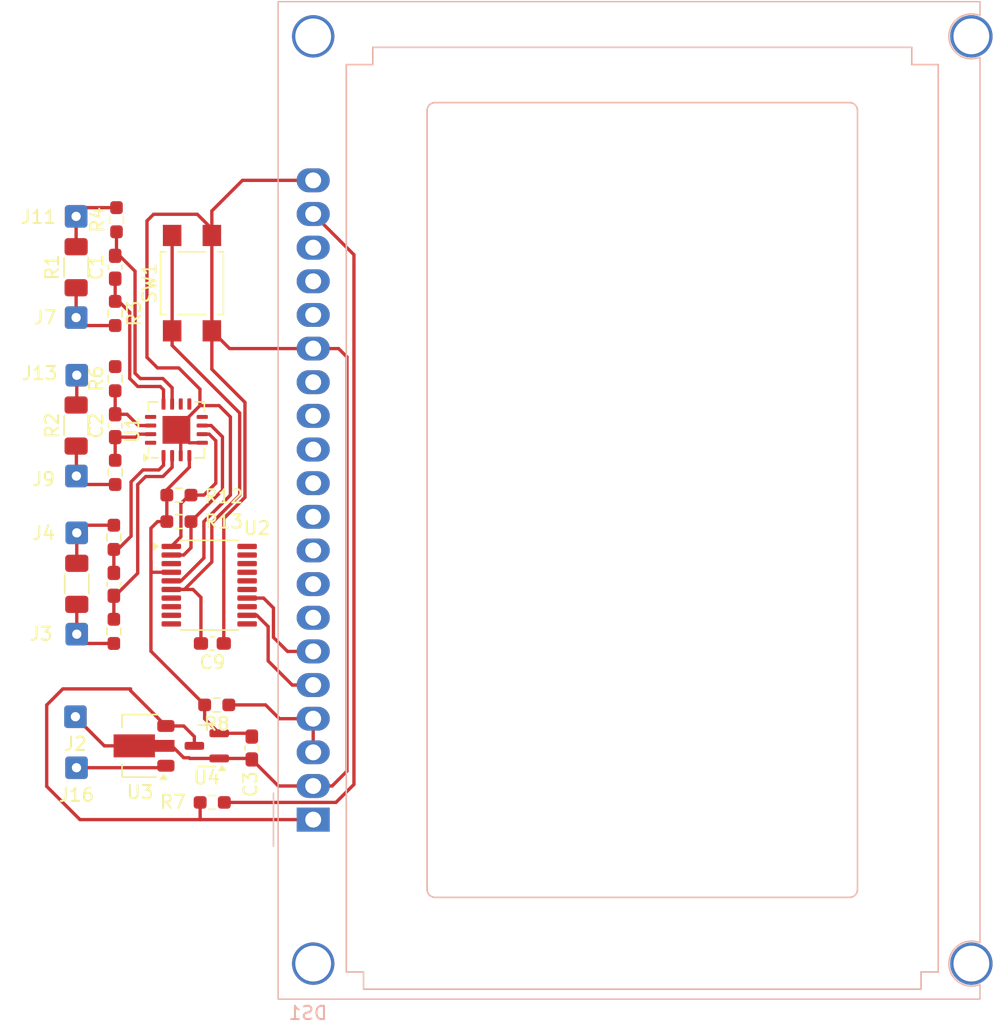
<source format=kicad_pcb>
(kicad_pcb (version 20240225) (generator "pcbnew") (generator_version "8.99")
  (layers (0 "F.Cu" signal) (31 "B.Cu" signal) (34 "B.Paste" user) (35 "F.Paste" user) (36 "B.SilkS" user "B.Silkscreen") (37 "F.SilkS" user "F.Silkscreen") (38 "B.Mask" user) (39 "F.Mask" user) (44 "Edge.Cuts" user))
  (net 0 "")
  (net 1 "Net-(U1-IN+1)")
  (net 2 "Net-(U1-IN-1)")
  (net 3 "GND")
  (net 9 "Net-(U1-IN+2)")
  (net 10 "Net-(U1-IN-2)")
  (net 11 "Net-(J7-Pin_1)")
  (net 12 "Net-(J3-Pin_1)")
  (net 13 "Net-(J9-Pin_1)")
  (net 14 "Net-(J4-Pin_1)")
  (net 15 "Net-(J11-Pin_1)")
  (net 16 "Net-(J13-Pin_1)")
  (net 17 "Net-(J16-Pin_1)")
  (net 18 "3v3")
  (net 19 "Net-(U1-IN+3)")
  (net 20 "5v0")
  (net 21 "SCL1")
  (net 22 "SDA1")
  (net 23 "SWDIO")
  (net 24 "SWCLK")
  (net 25 "Net-(U2-NRST)")
  (net 26 "Net-(U1-IN-3)")
  (net 30 "Net-(DS1-R{slash}~{W})")
  (net 31 "Net-(DS1-LEDA{slash}EL)")
  (net 34 "Net-(DS1-E)")
  (net 36 "Net-(DS1-RS)")
  (footprint "Connector_Wire:SolderWire-0.127sqmm_1x01_D0.48mm_OD1mm" (layer "F.Cu") (at 19.57875 71.38 180)
    (property "Reference" "J16" (at 0 -2.05 180) (layer "F.SilkS"))
    (property "Value" "20Vin")
    (pad "1" thru_hole roundrect (at 0 0 180) (size 1.7 1.7) (drill 0.7) (layers "*.Cu" "*.Mask") (roundrect_rratio 0.147059) (net 17 "Net-(J16-Pin_1)"))
  )
  (footprint "Resistor_SMD:R_1206_3216Metric_Pad1.30x1.75mm_HandSolder" (layer "F.Cu") (at 19.55 33.6 90)
    (property "Reference" "R1" (at 0 -1.82 -90) (layer "F.SilkS"))
    (property "Value" "0.02")
    (fp_line (start -0.727064 -0.91) (end 0.727064 -0.91) (stroke (width 0.12)) (layer "F.SilkS"))
    (fp_line (start -0.727064 0.91) (end 0.727064 0.91) (stroke (width 0.12)) (layer "F.SilkS"))
    (pad "1" smd roundrect (at -1.55 0 90) (size 1.3 1.75) (layers "F.Cu" "F.Paste" "F.Mask") (roundrect_rratio 0.192308) (net 11 "Net-(J7-Pin_1)"))
    (pad "2" smd roundrect (at 1.55 0 90) (size 1.3 1.75) (layers "F.Cu" "F.Paste" "F.Mask") (roundrect_rratio 0.192308) (net 15 "Net-(J11-Pin_1)"))
  )
  (footprint "Resistor_SMD:R_1206_3216Metric_Pad1.30x1.75mm_HandSolder" (layer "F.Cu") (at 19.6 57.5 90)
    (property "Reference" "R10" (hide yes))
    (property "Value" "0.02" (hide yes))
    (fp_line (start -0.727064 -0.91) (end 0.727064 -0.91) (stroke (width 0.12)) (layer "F.SilkS"))
    (fp_line (start -0.727064 0.91) (end 0.727064 0.91) (stroke (width 0.12)) (layer "F.SilkS"))
    (pad "1" smd roundrect (at -1.55 0 90) (size 1.3 1.75) (layers "F.Cu" "F.Paste" "F.Mask") (roundrect_rratio 0.192308) (net 12 "Net-(J3-Pin_1)"))
    (pad "2" smd roundrect (at 1.55 0 90) (size 1.3 1.75) (layers "F.Cu" "F.Paste" "F.Mask") (roundrect_rratio 0.192308) (net 14 "Net-(J4-Pin_1)"))
  )
  (footprint "Package_TO_SOT_SMD:SOT-89-3" (layer "F.Cu") (at 24.37875 69.73 180)
    (property "Reference" "U3" (at 0 -3.5 180) (layer "F.SilkS"))
    (property "Value" "CJ78L05" (hide yes))
    (fp_line (start 1.36 2.36) (end -1.36 2.36) (stroke (width 0.12)) (layer "F.SilkS"))
    (fp_line (start 1.36 1.38) (end 1.36 2.36) (stroke (width 0.12)) (layer "F.SilkS"))
    (fp_line (start 1.36 -1.38) (end 1.36 -2.36) (stroke (width 0.12)) (layer "F.SilkS"))
    (fp_line (start -1.22 -2.36) (end 1.36 -2.36) (stroke (width 0.12)) (layer "F.SilkS"))
    (fp_poly (pts (xy -1.77 -2.21) (xy -2.01 -2.54) (xy -1.53 -2.54) (xy -1.77 -2.21)) (stroke (width 0.12)) (fill solid) (layer "F.SilkS"))
    (pad "1" smd roundrect (at -1.95 -1.5 180) (size 1.3 0.9) (layers "F.Cu" "F.Paste" "F.Mask") (net 17 "Net-(J16-Pin_1)"))
    (pad "2" smd custom (at -1.8625 0 180) (size 1.475 0.9) (layers "F.Cu" "F.Paste" "F.Mask") (net 3 "GND") (options (clearance outline) (anchor rect)) (primitives (gr_poly (pts (xy 3.8625 0.8665) (xy 0.7375 0.8665) (xy 0.7375 -0.8665) (xy 3.8625 -0.8665)) (width 0) (fill yes))))
    (pad "3" smd roundrect (at -1.95 1.5 180) (size 1.3 0.9) (layers "F.Cu" "F.Paste" "F.Mask") (net 20 "5v0"))
  )
  (footprint "Capacitor_SMD:C_0603_1608Metric_Pad1.08x0.95mm_HandSolder" (layer "F.Cu") (at 32.81625 69.8925 -90)
    (property "Reference" "C3" (at 2.7375 0.1 90) (layer "F.SilkS"))
    (property "Value" "2.2uF")
    (fp_line (start -0.146267 0.51) (end 0.146267 0.51) (stroke (width 0.12)) (layer "F.SilkS"))
    (fp_line (start -0.146267 -0.51) (end 0.146267 -0.51) (stroke (width 0.12)) (layer "F.SilkS"))
    (pad "1" smd roundrect (at -0.8625 0 270) (size 1.075 0.95) (layers "F.Cu" "F.Paste" "F.Mask") (net 18 "3v3"))
    (pad "2" smd roundrect (at 0.8625 0 270) (size 1.075 0.95) (layers "F.Cu" "F.Paste" "F.Mask") (net 3 "GND"))
  )
  (footprint "Resistor_SMD:R_0603_1608Metric_Pad0.98x0.95mm_HandSolder" (layer "F.Cu") (at 27.3125 50.8 180)
    (property "Reference" "R12" (at -3.3875 -0.1 180) (layer "F.SilkS"))
    (property "Value" "10K" (hide yes))
    (fp_line (start -0.254724 0.5225) (end 0.254724 0.5225) (stroke (width 0.12)) (layer "F.SilkS"))
    (fp_line (start -0.254724 -0.5225) (end 0.254724 -0.5225) (stroke (width 0.12)) (layer "F.SilkS"))
    (pad "1" smd roundrect (at -0.9125 0 180) (size 0.975 0.95) (layers "F.Cu" "F.Paste" "F.Mask") (net 21 "SCL1"))
    (pad "2" smd roundrect (at 0.9125 0 180) (size 0.975 0.95) (layers "F.Cu" "F.Paste" "F.Mask") (net 18 "3v3"))
  )
  (footprint "Resistor_SMD:R_0603_1608Metric_Pad0.98x0.95mm_HandSolder" (layer "F.Cu") (at 22.5 42.0125 90)
    (property "Reference" "R6" (at 0 -1.43 -90) (layer "F.SilkS"))
    (property "Value" "10" (hide yes))
    (fp_line (start -0.254724 -0.5225) (end 0.254724 -0.5225) (stroke (width 0.12)) (layer "F.SilkS"))
    (fp_line (start -0.254724 0.5225) (end 0.254724 0.5225) (stroke (width 0.12)) (layer "F.SilkS"))
    (pad "1" smd roundrect (at -0.9125 0 90) (size 0.975 0.95) (layers "F.Cu" "F.Paste" "F.Mask") (net 10 "Net-(U1-IN-2)"))
    (pad "2" smd roundrect (at 0.9125 0 90) (size 0.975 0.95) (layers "F.Cu" "F.Paste" "F.Mask") (net 16 "Net-(J13-Pin_1)"))
  )
  (footprint "Connector_Wire:SolderWire-0.127sqmm_1x01_D0.48mm_OD1mm" (layer "F.Cu") (at 19.6 53.65 180)
    (property "Reference" "J4" (at 2.5 -0.025 180) (layer "F.SilkS"))
    (property "Value" "BAT_O_0P" (hide yes))
    (pad "1" thru_hole roundrect (at 0 0 180) (size 1.7 1.7) (drill 0.7) (layers "*.Cu" "*.Mask") (roundrect_rratio 0.147059) (net 14 "Net-(J4-Pin_1)"))
  )
  (footprint "Resistor_SMD:R_0603_1608Metric_Pad0.98x0.95mm_HandSolder" (layer "F.Cu") (at 29.8275 74 180)
    (property "Reference" "R7" (at 2.97125 0.04 180) (layer "F.SilkS"))
    (property "Value" "330" (hide yes))
    (fp_line (start -0.254724 0.5225) (end 0.254724 0.5225) (stroke (width 0.12)) (layer "F.SilkS"))
    (fp_line (start -0.254724 -0.5225) (end 0.254724 -0.5225) (stroke (width 0.12)) (layer "F.SilkS"))
    (pad "1" smd roundrect (at -0.9125 0 180) (size 0.975 0.95) (layers "F.Cu" "F.Paste" "F.Mask") (net 31 "Net-(DS1-LEDA{slash}EL)"))
    (pad "2" smd roundrect (at 0.9125 0 180) (size 0.975 0.95) (layers "F.Cu" "F.Paste" "F.Mask") (net 20 "5v0"))
  )
  (footprint "Capacitor_SMD:C_0603_1608Metric_Pad1.08x0.95mm_HandSolder" (layer "F.Cu") (at 22.5 33.6 90)
    (property "Reference" "C1" (at 0 -1.43 -90) (layer "F.SilkS"))
    (property "Value" "0.1uF")
    (fp_line (start -0.146267 -0.51) (end 0.146267 -0.51) (stroke (width 0.12)) (layer "F.SilkS"))
    (fp_line (start -0.146267 0.51) (end 0.146267 0.51) (stroke (width 0.12)) (layer "F.SilkS"))
    (pad "1" smd roundrect (at -0.8625 0 90) (size 1.075 0.95) (layers "F.Cu" "F.Paste" "F.Mask") (net 1 "Net-(U1-IN+1)"))
    (pad "2" smd roundrect (at 0.8625 0 90) (size 1.075 0.95) (layers "F.Cu" "F.Paste" "F.Mask") (net 2 "Net-(U1-IN-1)"))
  )
  (footprint "Connector_Wire:SolderWire-0.127sqmm_1x01_D0.48mm_OD1mm" (layer "F.Cu") (at 19.55 29.76)
    (property "Reference" "J11" (at -2.85 0.04 0) (layer "F.SilkS"))
    (property "Value" "BAT_O_0P" (hide yes))
    (pad "1" thru_hole roundrect (at 0 0) (size 1.7 1.7) (drill 0.7) (layers "*.Cu" "*.Mask") (roundrect_rratio 0.147059) (net 15 "Net-(J11-Pin_1)"))
  )
  (footprint "Connector_Wire:SolderWire-0.127sqmm_1x01_D0.48mm_OD1mm" (layer "F.Cu") (at 19.49875 67.53 180)
    (property "Reference" "J2" (at 0 -2.05 180) (layer "F.SilkS"))
    (property "Value" "GND")
    (pad "1" thru_hole roundrect (at 0 0 180) (size 1.7 1.7) (drill 0.7) (layers "*.Cu" "*.Mask") (roundrect_rratio 0.147059) (net 3 "GND"))
  )
  (footprint "Package_SO:TSSOP-20_4.4x6.5mm_P0.65mm" (layer "F.Cu") (at 29.6 57.6)
    (property "Reference" "U2" (at 3.6 -4.3 0) (layer "F.SilkS"))
    (property "Value" "STM32G030F6Px")
    (fp_line (start 0 -3.385) (end -2.2 -3.385) (stroke (width 0.12)) (layer "F.SilkS"))
    (fp_line (start 0 -3.385) (end 2.2 -3.385) (stroke (width 0.12)) (layer "F.SilkS"))
    (fp_line (start 0 3.385) (end -2.2 3.385) (stroke (width 0.12)) (layer "F.SilkS"))
    (fp_line (start 0 3.385) (end 2.2 3.385) (stroke (width 0.12)) (layer "F.SilkS"))
    (fp_poly (pts (xy -3.86 -2.925) (xy -4.19 -3.165) (xy -4.19 -2.685) (xy -3.86 -2.925)) (stroke (width 0.12)) (fill solid) (layer "F.SilkS"))
    (pad "1" smd roundrect (at -2.8625 -2.925) (size 1.475 0.4) (layers "F.Cu" "F.Paste" "F.Mask") (net 21 "SCL1"))
    (pad "2" smd roundrect (at -2.8625 -2.275) (size 1.475 0.4) (layers "F.Cu" "F.Paste" "F.Mask") (net 22 "SDA1"))
    (pad "3" smd roundrect (at -2.8625 -1.625) (size 1.475 0.4) (layers "F.Cu" "F.Paste" "F.Mask"))
    (pad "4" smd roundrect (at -2.8625 -0.975) (size 1.475 0.4) (layers "F.Cu" "F.Paste" "F.Mask") (net 18 "3v3"))
    (pad "5" smd roundrect (at -2.8625 -0.325) (size 1.475 0.4) (layers "F.Cu" "F.Paste" "F.Mask") (net 3 "GND"))
    (pad "6" smd roundrect (at -2.8625 0.325) (size 1.475 0.4) (layers "F.Cu" "F.Paste" "F.Mask") (net 25 "Net-(U2-NRST)"))
    (pad "7" smd roundrect (at -2.8625 0.975) (size 1.475 0.4) (layers "F.Cu" "F.Paste" "F.Mask"))
    (pad "8" smd roundrect (at -2.8625 1.625) (size 1.475 0.4) (layers "F.Cu" "F.Paste" "F.Mask"))
    (pad "9" smd roundrect (at -2.8625 2.275) (size 1.475 0.4) (layers "F.Cu" "F.Paste" "F.Mask"))
    (pad "10" smd roundrect (at -2.8625 2.925) (size 1.475 0.4) (layers "F.Cu" "F.Paste" "F.Mask"))
    (pad "11" smd roundrect (at 2.8625 2.925) (size 1.475 0.4) (layers "F.Cu" "F.Paste" "F.Mask"))
    (pad "12" smd roundrect (at 2.8625 2.275) (size 1.475 0.4) (layers "F.Cu" "F.Paste" "F.Mask") (net 30 "Net-(DS1-R{slash}~{W})"))
    (pad "13" smd roundrect (at 2.8625 1.625) (size 1.475 0.4) (layers "F.Cu" "F.Paste" "F.Mask"))
    (pad "14" smd roundrect (at 2.8625 0.975) (size 1.475 0.4) (layers "F.Cu" "F.Paste" "F.Mask") (net 34 "Net-(DS1-E)"))
    (pad "15" smd roundrect (at 2.8625 0.325) (size 1.475 0.4) (layers "F.Cu" "F.Paste" "F.Mask"))
    (pad "16" smd roundrect (at 2.8625 -0.325) (size 1.475 0.4) (layers "F.Cu" "F.Paste" "F.Mask"))
    (pad "17" smd roundrect (at 2.8625 -0.975) (size 1.475 0.4) (layers "F.Cu" "F.Paste" "F.Mask"))
    (pad "18" smd roundrect (at 2.8625 -1.625) (size 1.475 0.4) (layers "F.Cu" "F.Paste" "F.Mask") (net 23 "SWDIO"))
    (pad "19" smd roundrect (at 2.8625 -2.275) (size 1.475 0.4) (layers "F.Cu" "F.Paste" "F.Mask") (net 24 "SWCLK"))
    (pad "20" smd roundrect (at 2.8625 -2.925) (size 1.475 0.4) (layers "F.Cu" "F.Paste" "F.Mask"))
  )
  (footprint "Resistor_SMD:R_0603_1608Metric_Pad0.98x0.95mm_HandSolder" (layer "F.Cu") (at 22.5 49.0875 -90)
    (property "Reference" "R5" (hide yes))
    (property "Value" "10" (hide yes))
    (fp_line (start -0.254724 0.5225) (end 0.254724 0.5225) (stroke (width 0.12)) (layer "F.SilkS"))
    (fp_line (start -0.254724 -0.5225) (end 0.254724 -0.5225) (stroke (width 0.12)) (layer "F.SilkS"))
    (pad "1" smd roundrect (at -0.9125 0 270) (size 0.975 0.95) (layers "F.Cu" "F.Paste" "F.Mask") (net 9 "Net-(U1-IN+2)"))
    (pad "2" smd roundrect (at 0.9125 0 270) (size 0.975 0.95) (layers "F.Cu" "F.Paste" "F.Mask") (net 13 "Net-(J9-Pin_1)"))
  )
  (footprint "Connector_Wire:SolderWire-0.127sqmm_1x01_D0.48mm_OD1mm" (layer "F.Cu") (at 19.55 37.4)
    (property "Reference" "J7" (at -2.35 0 0) (layer "F.SilkS"))
    (property "Value" "BAT0P" (hide yes))
    (pad "1" thru_hole roundrect (at 0 0) (size 1.7 1.7) (drill 0.7) (layers "*.Cu" "*.Mask") (roundrect_rratio 0.147059) (net 11 "Net-(J7-Pin_1)"))
  )
  (footprint "Resistor_SMD:R_0603_1608Metric_Pad0.98x0.95mm_HandSolder" (layer "F.Cu") (at 22.6 30.0125 90)
    (property "Reference" "R4" (at 0 -1.43 -90) (layer "F.SilkS"))
    (property "Value" "10")
    (fp_line (start -0.254724 -0.5225) (end 0.254724 -0.5225) (stroke (width 0.12)) (layer "F.SilkS"))
    (fp_line (start -0.254724 0.5225) (end 0.254724 0.5225) (stroke (width 0.12)) (layer "F.SilkS"))
    (pad "1" smd roundrect (at -0.9125 0 90) (size 0.975 0.95) (layers "F.Cu" "F.Paste" "F.Mask") (net 2 "Net-(U1-IN-1)"))
    (pad "2" smd roundrect (at 0.9125 0 90) (size 0.975 0.95) (layers "F.Cu" "F.Paste" "F.Mask") (net 15 "Net-(J11-Pin_1)"))
  )
  (footprint "Capacitor_SMD:C_0603_1608Metric_Pad1.08x0.95mm_HandSolder" (layer "F.Cu") (at 29.8375 62 180)
    (property "Reference" "C9" (at 0 -1.43 180) (layer "F.SilkS"))
    (property "Value" "0.1uF" (hide yes))
    (fp_line (start -0.146267 0.51) (end 0.146267 0.51) (stroke (width 0.12)) (layer "F.SilkS"))
    (fp_line (start -0.146267 -0.51) (end 0.146267 -0.51) (stroke (width 0.12)) (layer "F.SilkS"))
    (pad "1" smd roundrect (at -0.8625 0 180) (size 1.075 0.95) (layers "F.Cu" "F.Paste" "F.Mask") (net 3 "GND"))
    (pad "2" smd roundrect (at 0.8625 0 180) (size 1.075 0.95) (layers "F.Cu" "F.Paste" "F.Mask") (net 25 "Net-(U2-NRST)"))
  )
  (footprint "Capacitor_SMD:C_0603_1608Metric_Pad1.08x0.95mm_HandSolder" (layer "F.Cu") (at 22.4 57.5375 90)
    (property "Reference" "C10" (hide yes))
    (property "Value" "0.1uF" (hide yes))
    (fp_line (start -0.146267 -0.51) (end 0.146267 -0.51) (stroke (width 0.12)) (layer "F.SilkS"))
    (fp_line (start -0.146267 0.51) (end 0.146267 0.51) (stroke (width 0.12)) (layer "F.SilkS"))
    (pad "1" smd roundrect (at -0.8625 0 90) (size 1.075 0.95) (layers "F.Cu" "F.Paste" "F.Mask") (net 19 "Net-(U1-IN+3)"))
    (pad "2" smd roundrect (at 0.8625 0 90) (size 1.075 0.95) (layers "F.Cu" "F.Paste" "F.Mask") (net 26 "Net-(U1-IN-3)"))
  )
  (footprint "Package_DFN_QFN:QFN-16-1EP_4x4mm_P0.65mm_EP2.1x2.1mm" (layer "F.Cu") (at 27.125 45.875 90)
    (property "Reference" "U1" (at 0 -3.33 -90) (layer "F.SilkS"))
    (property "Value" "INA3221")
    (fp_line (start 2.11 -2.11) (end 2.11 -1.385) (stroke (width 0.12)) (layer "F.SilkS"))
    (fp_line (start 1.385 -2.11) (end 2.11 -2.11) (stroke (width 0.12)) (layer "F.SilkS"))
    (fp_line (start -1.385 -2.11) (end -1.81 -2.11) (stroke (width 0.12)) (layer "F.SilkS"))
    (fp_line (start -2.11 -1.385) (end -2.11 -1.87) (stroke (width 0.12)) (layer "F.SilkS"))
    (fp_line (start 2.11 2.11) (end 2.11 1.385) (stroke (width 0.12)) (layer "F.SilkS"))
    (fp_line (start 1.385 2.11) (end 2.11 2.11) (stroke (width 0.12)) (layer "F.SilkS"))
    (fp_line (start -1.385 2.11) (end -2.11 2.11) (stroke (width 0.12)) (layer "F.SilkS"))
    (fp_line (start -2.11 2.11) (end -2.11 1.385) (stroke (width 0.12)) (layer "F.SilkS"))
    (fp_poly (pts (xy -2.11 -2.11) (xy -2.35 -2.44) (xy -1.87 -2.44) (xy -2.11 -2.11)) (stroke (width 0.12)) (fill solid) (layer "F.SilkS"))
    (pad "1" smd roundrect (at -1.95 -0.975 90) (size 0.85 0.3) (layers "F.Cu" "F.Paste" "F.Mask") (net 26 "Net-(U1-IN-3)"))
    (pad "2" smd roundrect (at -1.95 -0.325 90) (size 0.85 0.3) (layers "F.Cu" "F.Paste" "F.Mask") (net 19 "Net-(U1-IN+3)"))
    (pad "3" smd roundrect (at -1.95 0.325 90) (size 0.85 0.3) (layers "F.Cu" "F.Paste" "F.Mask") (net 3 "GND"))
    (pad "4" smd roundrect (at -1.95 0.975 90) (size 0.85 0.3) (layers "F.Cu" "F.Paste" "F.Mask") (net 18 "3v3"))
    (pad "5" smd roundrect (at -0.975 1.95 90) (size 0.3 0.85) (layers "F.Cu" "F.Paste" "F.Mask") (net 3 "GND"))
    (pad "6" smd roundrect (at -0.325 1.95 90) (size 0.3 0.85) (layers "F.Cu" "F.Paste" "F.Mask") (net 21 "SCL1"))
    (pad "7" smd roundrect (at 0.325 1.95 90) (size 0.3 0.85) (layers "F.Cu" "F.Paste" "F.Mask") (net 22 "SDA1"))
    (pad "8" smd roundrect (at 0.975 1.95 90) (size 0.3 0.85) (layers "F.Cu" "F.Paste" "F.Mask"))
    (pad "9" smd roundrect (at 1.95 0.975 90) (size 0.85 0.3) (layers "F.Cu" "F.Paste" "F.Mask"))
    (pad "10" smd roundrect (at 1.95 0.325 90) (size 0.85 0.3) (layers "F.Cu" "F.Paste" "F.Mask"))
    (pad "11" smd roundrect (at 1.95 -0.325 90) (size 0.85 0.3) (layers "F.Cu" "F.Paste" "F.Mask") (net 2 "Net-(U1-IN-1)"))
    (pad "12" smd roundrect (at 1.95 -0.975 90) (size 0.85 0.3) (layers "F.Cu" "F.Paste" "F.Mask") (net 1 "Net-(U1-IN+1)"))
    (pad "13" smd roundrect (at 0.975 -1.95 90) (size 0.3 0.85) (layers "F.Cu" "F.Paste" "F.Mask"))
    (pad "14" smd roundrect (at 0.325 -1.95 90) (size 0.3 0.85) (layers "F.Cu" "F.Paste" "F.Mask") (net 10 "Net-(U1-IN-2)"))
    (pad "15" smd roundrect (at -0.325 -1.95 90) (size 0.3 0.85) (layers "F.Cu" "F.Paste" "F.Mask") (net 9 "Net-(U1-IN+2)"))
    (pad "16" smd roundrect (at -0.975 -1.95 90) (size 0.3 0.85) (layers "F.Cu" "F.Paste" "F.Mask"))
    (pad "17" smd rect (at 0 0 90) (size 2.1 2.1) (property pad_prop_heatsink) (layers "F.Cu" "F.Mask") (net 3 "GND"))
  )
  (footprint "Connector_Wire:SolderWire-0.127sqmm_1x01_D0.48mm_OD1mm" (layer "F.Cu") (at 19.57 49.36 180)
    (property "Reference" "J9" (at 2.47 -0.24 180) (layer "F.SilkS"))
    (property "Value" "BAT1P" (hide yes))
    (pad "1" thru_hole roundrect (at 0 0 180) (size 1.7 1.7) (drill 0.7) (layers "*.Cu" "*.Mask") (roundrect_rratio 0.147059) (net 13 "Net-(J9-Pin_1)"))
  )
  (footprint "Resistor_SMD:R_0603_1608Metric_Pad0.98x0.95mm_HandSolder" (layer "F.Cu") (at 22.4 53.9875 90)
    (property "Reference" "R11" (hide yes))
    (property "Value" "10" (hide yes))
    (fp_line (start -0.254724 -0.5225) (end 0.254724 -0.5225) (stroke (width 0.12)) (layer "F.SilkS"))
    (fp_line (start -0.254724 0.5225) (end 0.254724 0.5225) (stroke (width 0.12)) (layer "F.SilkS"))
    (pad "1" smd roundrect (at -0.9125 0 90) (size 0.975 0.95) (layers "F.Cu" "F.Paste" "F.Mask") (net 26 "Net-(U1-IN-3)"))
    (pad "2" smd roundrect (at 0.9125 0 90) (size 0.975 0.95) (layers "F.Cu" "F.Paste" "F.Mask") (net 14 "Net-(J4-Pin_1)"))
  )
  (footprint "Resistor_SMD:R_0603_1608Metric_Pad0.98x0.95mm_HandSolder" (layer "F.Cu") (at 22.5 37.0875 -90)
    (property "Reference" "R3" (at 0 -1.43 90) (layer "F.SilkS"))
    (property "Value" "10")
    (fp_line (start -0.254724 0.5225) (end 0.254724 0.5225) (stroke (width 0.12)) (layer "F.SilkS"))
    (fp_line (start -0.254724 -0.5225) (end 0.254724 -0.5225) (stroke (width 0.12)) (layer "F.SilkS"))
    (pad "1" smd roundrect (at -0.9125 0 270) (size 0.975 0.95) (layers "F.Cu" "F.Paste" "F.Mask") (net 1 "Net-(U1-IN+1)"))
    (pad "2" smd roundrect (at 0.9125 0 270) (size 0.975 0.95) (layers "F.Cu" "F.Paste" "F.Mask") (net 11 "Net-(J7-Pin_1)"))
  )
  (footprint "Resistor_SMD:R_1206_3216Metric_Pad1.30x1.75mm_HandSolder" (layer "F.Cu") (at 19.55 45.55 90)
    (property "Reference" "R2" (at 0 -1.82 -90) (layer "F.SilkS"))
    (property "Value" "0.02" (hide yes))
    (fp_line (start -0.727064 -0.91) (end 0.727064 -0.91) (stroke (width 0.12)) (layer "F.SilkS"))
    (fp_line (start -0.727064 0.91) (end 0.727064 0.91) (stroke (width 0.12)) (layer "F.SilkS"))
    (pad "1" smd roundrect (at -1.55 0 90) (size 1.3 1.75) (layers "F.Cu" "F.Paste" "F.Mask") (roundrect_rratio 0.192308) (net 13 "Net-(J9-Pin_1)"))
    (pad "2" smd roundrect (at 1.55 0 90) (size 1.3 1.75) (layers "F.Cu" "F.Paste" "F.Mask") (roundrect_rratio 0.192308) (net 16 "Net-(J13-Pin_1)"))
  )
  (footprint "Resistor_SMD:R_0603_1608Metric_Pad0.98x0.95mm_HandSolder" (layer "F.Cu") (at 22.4 61.0875 -90)
    (property "Reference" "R9" (hide yes))
    (property "Value" "10" (hide yes))
    (fp_line (start -0.254724 0.5225) (end 0.254724 0.5225) (stroke (width 0.12)) (layer "F.SilkS"))
    (fp_line (start -0.254724 -0.5225) (end 0.254724 -0.5225) (stroke (width 0.12)) (layer "F.SilkS"))
    (pad "1" smd roundrect (at -0.9125 0 270) (size 0.975 0.95) (layers "F.Cu" "F.Paste" "F.Mask") (net 19 "Net-(U1-IN+3)"))
    (pad "2" smd roundrect (at 0.9125 0 270) (size 0.975 0.95) (layers "F.Cu" "F.Paste" "F.Mask") (net 12 "Net-(J3-Pin_1)"))
  )
  (footprint "Package_TO_SOT_SMD:SOT-23" (layer "F.Cu") (at 29.41625 69.73 180)
    (property "Reference" "U4" (at 0 -2.4 180) (layer "F.SilkS"))
    (property "Value" "XC6206" (hide yes))
    (fp_line (start 0 1.56) (end 0.65 1.56) (stroke (width 0.12)) (layer "F.SilkS"))
    (fp_line (start 0 1.56) (end -0.65 1.56) (stroke (width 0.12)) (layer "F.SilkS"))
    (fp_line (start 0 -1.56) (end 0.65 -1.56) (stroke (width 0.12)) (layer "F.SilkS"))
    (fp_line (start 0 -1.56) (end -0.65 -1.56) (stroke (width 0.12)) (layer "F.SilkS"))
    (fp_poly (pts (xy -1.1625 -1.51) (xy -1.4025 -1.84) (xy -0.9225 -1.84) (xy -1.1625 -1.51)) (stroke (width 0.12)) (fill solid) (layer "F.SilkS"))
    (pad "1" smd roundrect (at -0.9375 -0.95 180) (size 1.475 0.6) (layers "F.Cu" "F.Paste" "F.Mask") (net 3 "GND"))
    (pad "2" smd roundrect (at -0.9375 0.95 180) (size 1.475 0.6) (layers "F.Cu" "F.Paste" "F.Mask") (net 18 "3v3"))
    (pad "3" smd roundrect (at 0.9375 0 180) (size 1.475 0.6) (layers "F.Cu" "F.Paste" "F.Mask") (net 20 "5v0"))
  )
  (footprint "Resistor_SMD:R_0603_1608Metric_Pad0.98x0.95mm_HandSolder" (layer "F.Cu") (at 30.16875 66.64 180)
    (property "Reference" "R8" (at 0 -1.43 180) (layer "F.SilkS"))
    (property "Value" "10K")
    (fp_line (start -0.254724 0.5225) (end 0.254724 0.5225) (stroke (width 0.12)) (layer "F.SilkS"))
    (fp_line (start -0.254724 -0.5225) (end 0.254724 -0.5225) (stroke (width 0.12)) (layer "F.SilkS"))
    (pad "1" smd roundrect (at -0.9125 0 180) (size 0.975 0.95) (layers "F.Cu" "F.Paste" "F.Mask") (net 36 "Net-(DS1-RS)"))
    (pad "2" smd roundrect (at 0.9125 0 180) (size 0.975 0.95) (layers "F.Cu" "F.Paste" "F.Mask") (net 18 "3v3"))
  )
  (footprint "Connector_Wire:SolderWire-0.127sqmm_1x01_D0.48mm_OD1mm" (layer "F.Cu") (at 19.6 61.3 180)
    (property "Reference" "J3" (at 2.7 0.025 180) (layer "F.SilkS"))
    (property "Value" "BAT0P" (hide yes))
    (pad "1" thru_hole roundrect (at 0 0 180) (size 1.7 1.7) (drill 0.7) (layers "*.Cu" "*.Mask") (roundrect_rratio 0.147059) (net 12 "Net-(J3-Pin_1)"))
  )
  (footprint "Resistor_SMD:R_0603_1608Metric_Pad0.98x0.95mm_HandSolder" (layer "F.Cu") (at 27.3125 52.8 180)
    (property "Reference" "R13" (at -3.3875 0 180) (layer "F.SilkS"))
    (property "Value" "10K" (hide yes))
    (fp_line (start -0.254724 0.5225) (end 0.254724 0.5225) (stroke (width 0.12)) (layer "F.SilkS"))
    (fp_line (start -0.254724 -0.5225) (end 0.254724 -0.5225) (stroke (width 0.12)) (layer "F.SilkS"))
    (pad "1" smd roundrect (at -0.9125 0 180) (size 0.975 0.95) (layers "F.Cu" "F.Paste" "F.Mask") (net 22 "SDA1"))
    (pad "2" smd roundrect (at 0.9125 0 180) (size 0.975 0.95) (layers "F.Cu" "F.Paste" "F.Mask") (net 18 "3v3"))
  )
  (footprint "Capacitor_SMD:C_0603_1608Metric_Pad1.08x0.95mm_HandSolder" (layer "F.Cu") (at 22.5 45.5625 90)
    (property "Reference" "C2" (at 0 -1.43 -90) (layer "F.SilkS"))
    (property "Value" "0.1uF" (hide yes))
    (fp_line (start -0.146267 -0.51) (end 0.146267 -0.51) (stroke (width 0.12)) (layer "F.SilkS"))
    (fp_line (start -0.146267 0.51) (end 0.146267 0.51) (stroke (width 0.12)) (layer "F.SilkS"))
    (pad "1" smd roundrect (at -0.8625 0 90) (size 1.075 0.95) (layers "F.Cu" "F.Paste" "F.Mask") (net 9 "Net-(U1-IN+2)"))
    (pad "2" smd roundrect (at 0.8625 0 90) (size 1.075 0.95) (layers "F.Cu" "F.Paste" "F.Mask") (net 10 "Net-(U1-IN-2)"))
  )
  (footprint "Button_Switch_SMD:SW_SPST_TL3305A" (layer "F.Cu") (at 28.3 34.8 90)
    (property "Reference" "SW1" (at 0 -3.2 -90) (layer "F.SilkS"))
    (property "Value" "SW_Push")
    (fp_line (start 2.37 -2.37) (end 2.37 -1.97) (stroke (width 0.12)) (layer "F.SilkS"))
    (fp_line (start -2.37 -2.37) (end 2.37 -2.37) (stroke (width 0.12)) (layer "F.SilkS"))
    (fp_line (start -2.37 -2.37) (end -2.37 -1.97) (stroke (width 0.12)) (layer "F.SilkS"))
    (fp_line (start 2.37 1.03) (end 2.37 -1.03) (stroke (width 0.12)) (layer "F.SilkS"))
    (fp_line (start -2.37 1.03) (end -2.37 -1.03) (stroke (width 0.12)) (layer "F.SilkS"))
    (fp_line (start 2.37 2.37) (end 2.37 1.97) (stroke (width 0.12)) (layer "F.SilkS"))
    (fp_line (start -2.37 2.37) (end -2.37 1.97) (stroke (width 0.12)) (layer "F.SilkS"))
    (fp_line (start -2.37 2.37) (end 2.37 2.37) (stroke (width 0.12)) (layer "F.SilkS"))
    (pad "1" smd rect (at -3.6 -1.5 90) (size 1.6 1.4) (layers "F.Cu" "F.Paste" "F.Mask") (net 25 "Net-(U2-NRST)"))
    (pad "1" smd rect (at 3.6 -1.5 90) (size 1.6 1.4) (layers "F.Cu" "F.Paste" "F.Mask") (net 25 "Net-(U2-NRST)"))
    (pad "2" smd rect (at -3.6 1.5 90) (size 1.6 1.4) (layers "F.Cu" "F.Paste" "F.Mask") (net 3 "GND"))
    (pad "2" smd rect (at 3.6 1.5 90) (size 1.6 1.4) (layers "F.Cu" "F.Paste" "F.Mask") (net 3 "GND"))
  )
  (footprint "Connector_Wire:SolderWire-0.127sqmm_1x01_D0.48mm_OD1mm" (layer "F.Cu") (at 19.6 41.75 180)
    (property "Reference" "J13" (at 2.8 0.15 180) (layer "F.SilkS"))
    (property "Value" "BAT_O_1P" (hide yes))
    (pad "1" thru_hole roundrect (at 0 0 180) (size 1.7 1.7) (drill 0.7) (layers "*.Cu" "*.Mask") (roundrect_rratio 0.147059) (net 16 "Net-(J13-Pin_1)"))
  )
  (footprint "Display:AG12864E" (layer "B.Cu") (at 37.4525 75.3)
    (property "Reference" "DS1" (at -0.4 14.6 0) (layer "B.SilkS") (effects (justify mirror)))
    (property "Value" "12864-21M")
    (fp_line (start -3 -2) (end -3 2) (stroke (width 0.12)) (layer "B.SilkS"))
    (fp_line (start -2.65 -61.75) (end -2.65 13.55) (stroke (width 0.1)) (layer "B.SilkS"))
    (fp_line (start -2.65 13.55) (end 50.35 13.55) (stroke (width 0.1)) (layer "B.SilkS"))
    (fp_line (start 2.5 11.5) (end 2.5 -57) (stroke (width 0.12)) (layer "B.SilkS"))
    (fp_line (start 2.5 11.5) (end 3.8 11.5) (stroke (width 0.12)) (layer "B.SilkS"))
    (fp_line (start 3.8 11.5) (end 3.8 12.8) (stroke (width 0.12)) (layer "B.SilkS"))
    (fp_line (start 4.5 -58.3) (end 4.5 -57) (stroke (width 0.12)) (layer "B.SilkS"))
    (fp_line (start 4.5 -58.3) (end 45.2 -58.3) (stroke (width 0.12)) (layer "B.SilkS"))
    (fp_line (start 4.5 -57) (end 2.5 -57) (stroke (width 0.12)) (layer "B.SilkS"))
    (fp_line (start 8.6 -53.53) (end 8.6 5.27) (stroke (width 0.12)) (layer "B.SilkS"))
    (fp_line (start 9.21 5.87) (end 40.5 5.87) (stroke (width 0.12)) (layer "B.SilkS"))
    (fp_line (start 40.5 -54.13) (end 9.2 -54.13) (stroke (width 0.12)) (layer "B.SilkS"))
    (fp_line (start 41.1 5.27) (end 41.1 -53.53) (stroke (width 0.12)) (layer "B.SilkS"))
    (fp_line (start 45.2 -58.3) (end 45.2 -57) (stroke (width 0.12)) (layer "B.SilkS"))
    (fp_line (start 45.2 -57) (end 47.2 -57) (stroke (width 0.12)) (layer "B.SilkS"))
    (fp_line (start 45.9 11.5) (end 47.2 11.5) (stroke (width 0.12)) (layer "B.SilkS"))
    (fp_line (start 45.9 12.8) (end 3.8 12.8) (stroke (width 0.12)) (layer "B.SilkS"))
    (fp_line (start 45.9 12.8) (end 45.9 11.5) (stroke (width 0.12)) (layer "B.SilkS"))
    (fp_line (start 47.2 -57) (end 47.2 11.5) (stroke (width 0.12)) (layer "B.SilkS"))
    (fp_line (start 50.35 -61.75) (end -2.65 -61.75) (stroke (width 0.1)) (layer "B.SilkS"))
    (fp_line (start 50.35 -60.7) (end 50.35 -61.75) (stroke (width 0.1)) (layer "B.SilkS"))
    (fp_line (start 50.35 9.3) (end 50.35 -57.55) (stroke (width 0.1)) (layer "B.SilkS"))
    (fp_line (start 50.35 12.44) (end 50.35 13.54) (stroke (width 0.1)) (layer "B.SilkS"))
    (fp_arc (start 8.6 -53.53) (mid 8.775736 -53.954264) (end 9.2 -54.13) (stroke (width 0.12)) (layer "B.SilkS"))
    (fp_arc (start 9.2 5.87) (mid 8.775736 5.694264) (end 8.6 5.27) (stroke (width 0.12)) (layer "B.SilkS"))
    (fp_arc (start 40.5 -54.13) (mid 40.924264 -53.954264) (end 41.1 -53.53) (stroke (width 0.12)) (layer "B.SilkS"))
    (fp_arc (start 41.1 5.27) (mid 40.924264 5.694264) (end 40.5 5.87) (stroke (width 0.12)) (layer "B.SilkS"))
    (fp_arc (start 48.12 -59.74) (mid 49.014106 -60.678564) (end 50.31 -60.71) (stroke (width 0.1)) (layer "B.SilkS"))
    (fp_arc (start 48.12 -58.51) (mid 48.144365 -59.808823) (end 49.08 -60.71) (stroke (width 0.1)) (layer "B.SilkS"))
    (fp_arc (start 48.12 10.24) (mid 49.028249 9.307294) (end 50.33 9.29) (stroke (width 0.1)) (layer "B.SilkS"))
    (fp_arc (start 48.15 11.56) (mid 48.116081 10.261888) (end 49.01 9.32) (stroke (width 0.1)) (layer "B.SilkS"))
    (fp_arc (start 50.32 -57.55) (mid 49.021177 -57.574365) (end 48.12 -58.51) (stroke (width 0.1)) (layer "B.SilkS"))
    (fp_arc (start 50.32 12.45) (mid 49.021177 12.425635) (end 48.12 11.49) (stroke (width 0.1)) (layer "B.SilkS"))
    (pad "" thru_hole circle (at 0 -59.13 90) (size 3.2 3.2) (drill 2.7) (layers "*.Cu" "*.Mask"))
    (pad "" thru_hole circle (at 0 10.87 90) (size 3.2 3.2) (drill 2.7) (layers "*.Cu" "*.Mask"))
    (pad "" thru_hole circle (at 49.7 -59.13 90) (size 3.2 3.2) (drill 2.7) (layers "*.Cu" "*.Mask"))
    (pad "" thru_hole circle (at 49.7 10.87 90) (size 3.2 3.2) (drill 2.7) (layers "*.Cu" "*.Mask"))
    (pad "1" thru_hole rect (at 0 0 90) (size 1.8 2.5) (drill 1.2) (layers "*.Cu" "*.Mask") (net 20 "5v0"))
    (pad "2" thru_hole oval (at 0 -2.54 90) (size 1.8 2.5) (drill 1.2) (layers "*.Cu" "*.Mask") (net 3 "GND"))
    (pad "3" thru_hole oval (at 0 -5.08 90) (size 1.8 2.5) (drill 1.2) (layers "*.Cu" "*.Mask") (net 36 "Net-(DS1-RS)"))
    (pad "4" thru_hole oval (at 0 -7.62 90) (size 1.8 2.5) (drill 1.2) (layers "*.Cu" "*.Mask") (net 36 "Net-(DS1-RS)"))
    (pad "5" thru_hole oval (at 0 -10.16 90) (size 1.8 2.5) (drill 1.2) (layers "*.Cu" "*.Mask") (net 30 "Net-(DS1-R{slash}~{W})"))
    (pad "6" thru_hole oval (at 0 -12.7 90) (size 1.8 2.5) (drill 1.2) (layers "*.Cu" "*.Mask") (net 34 "Net-(DS1-E)"))
    (pad "7" thru_hole oval (at 0 -15.24 90) (size 1.8 2.5) (drill 1.2) (layers "*.Cu" "*.Mask"))
    (pad "8" thru_hole oval (at 0 -17.78 90) (size 1.8 2.5) (drill 1.2) (layers "*.Cu" "*.Mask"))
    (pad "9" thru_hole oval (at 0 -20.32 90) (size 1.8 2.5) (drill 1.2) (layers "*.Cu" "*.Mask"))
    (pad "10" thru_hole oval (at 0 -22.86 90) (size 1.8 2.5) (drill 1.2) (layers "*.Cu" "*.Mask"))
    (pad "11" thru_hole oval (at 0 -25.4 90) (size 1.8 2.5) (drill 1.2) (layers "*.Cu" "*.Mask"))
    (pad "12" thru_hole oval (at 0 -27.94 90) (size 1.8 2.5) (drill 1.2) (layers "*.Cu" "*.Mask"))
    (pad "13" thru_hole oval (at 0 -30.48 90) (size 1.8 2.5) (drill 1.2) (layers "*.Cu" "*.Mask"))
    (pad "14" thru_hole oval (at 0 -33.02 90) (size 1.8 2.5) (drill 1.2) (layers "*.Cu" "*.Mask"))
    (pad "15" thru_hole oval (at 0 -35.56 90) (size 1.8 2.5) (drill 1.2) (layers "*.Cu" "*.Mask") (net 3 "GND"))
    (pad "16" thru_hole oval (at 0 -38.1 90) (size 1.8 2.5) (drill 1.2) (layers "*.Cu" "*.Mask"))
    (pad "17" thru_hole oval (at 0 -40.64 90) (size 1.8 2.5) (drill 1.2) (layers "*.Cu" "*.Mask"))
    (pad "18" thru_hole oval (at 0 -43.18 90) (size 1.8 2.5) (drill 1.2) (layers "*.Cu" "*.Mask"))
    (pad "19" thru_hole oval (at 0 -45.72 90) (size 1.8 2.5) (drill 1.2) (layers "*.Cu" "*.Mask") (net 31 "Net-(DS1-LEDA{slash}EL)"))
    (pad "20" thru_hole oval (at 0 -48.26 90) (size 1.8 2.5) (drill 1.2) (layers "*.Cu" "*.Mask") (net 3 "GND"))
  )
  (segment (start 22.5 36.175) (end 22.5 34.4625) (width 0.25) (layer "F.Cu") (net 1))
  (segment (start 22.775 36.175) (end 23.6 37) (width 0.25) (layer "F.Cu") (net 1))
  (segment (start 23.6 37) (end 23.6 42) (width 0.25) (layer "F.Cu") (net 1))
  (segment (start 22.5 36.175) (end 22.775 36.175) (width 0.25) (layer "F.Cu") (net 1))
  (segment (start 23.6 42) (end 24.2 42.6) (width 0.25) (layer "F.Cu") (net 1))
  (segment (start 26.15 42.85) (end 26.15 43.925) (width 0.25) (layer "F.Cu") (net 1))
  (segment (start 24.2 42.6) (end 25.9 42.6) (width 0.25) (layer "F.Cu") (net 1))
  (segment (start 25.9 42.6) (end 26.15 42.85) (width 0.25) (layer "F.Cu") (net 1))
  (segment (start 24 33.9) (end 22.8375 32.7375) (width 0.25) (layer "F.Cu") (net 2))
  (segment (start 26.8 43.925) (end 26.8 42.7) (width 0.25) (layer "F.Cu") (net 2))
  (segment (start 22.6 30.925) (end 22.6 32.6375) (width 0.25) (layer "F.Cu") (net 2))
  (segment (start 26.8 42.7) (end 26.1 42) (width 0.25) (layer "F.Cu") (net 2))
  (segment (start 22.8375 32.7375) (end 22.5 32.7375) (width 0.25) (layer "F.Cu") (net 2))
  (segment (start 24 41.6) (end 24 33.9) (width 0.25) (layer "F.Cu") (net 2))
  (segment (start 24.4 42) (end 24 41.6) (width 0.25) (layer "F.Cu") (net 2))
  (segment (start 26.1 42) (end 24.4 42) (width 0.25) (layer "F.Cu") (net 2))
  (segment (start 22.6 32.6375) (end 22.5 32.7375) (width 0.25) (layer "F.Cu") (net 2))
  (segment (start 28.9 44.047054) (end 28.9 42.8) (width 0.25) (layer "F.Cu") (net 3))
  (segment (start 28.07875 70.63) (end 28.12875 70.68) (width 0.25) (layer "F.Cu") (net 3))
  (segment (start 27.125 45.822054) (end 28.9 44.047054) (width 0.25) (layer "F.Cu") (net 3))
  (segment (start 28.1 46.85) (end 27.125 45.875) (width 0.25) (layer "F.Cu") (net 3))
  (segment (start 21.67875 69.73) (end 19.49875 67.55) (width 0.25) (layer "F.Cu") (net 3))
  (segment (start 26.24125 69.73) (end 21.67875 69.73) (width 0.25) (layer "F.Cu") (net 3))
  (segment (start 31.14 39.74) (end 29.8 38.4) (width 0.25) (layer "F.Cu") (net 3))
  (segment (start 40 40.37) (end 40 71.64) (width 0.25) (layer "F.Cu") (net 3))
  (segment (start 29.8 38.4) (end 29.8 31.2) (width 0.25) (layer "F.Cu") (net 3))
  (segment (start 27.67875 70.63) (end 28.07875 70.63) (width 0.25) (layer "F.Cu") (net 3))
  (segment (start 29.075 46.85) (end 28.1 46.85) (width 0.25) (layer "F.Cu") (net 3))
  (segment (start 32.74125 70.68) (end 32.81625 70.755) (width 0.25) (layer "F.Cu") (net 3))
  (segment (start 34.82125 72.76) (end 32.81625 70.755) (width 0.25) (layer "F.Cu") (net 3))
  (segment (start 30.7 52.565686) (end 32.3 50.965686) (width 0.25) (layer "F.Cu") (net 3))
  (segment (start 38.88 72.76) (end 37.4525 72.76) (width 0.25) (layer "F.Cu") (net 3))
  (segment (start 31.2 44.9) (end 30.347054 44.047054) (width 0.25) (layer "F.Cu") (net 3))
  (segment (start 28.12875 70.68) (end 30.35375 70.68) (width 0.25) (layer "F.Cu") (net 3))
  (segment (start 37.4525 39.74) (end 39.37 39.74) (width 0.25) (layer "F.Cu") (net 3))
  (segment (start 24.9 30.1) (end 25.4 29.6) (width 0.25) (layer "F.Cu") (net 3))
  (segment (start 28.7 29.6) (end 29.8 30.7) (width 0.25) (layer "F.Cu") (net 3))
  (segment (start 27.45 47.825) (end 27.45 46.2) (width 0.25) (layer "F.Cu") (net 3))
  (segment (start 32.3 50.965686) (end 32.3 43.8) (width 0.25) (layer "F.Cu") (net 3))
  (segment (start 28.9 42.8) (end 27.3 41.2) (width 0.25) (layer "F.Cu") (net 3))
  (segment (start 30.347054 44.047054) (end 28.9 44.047054) (width 0.25) (layer "F.Cu") (net 3))
  (segment (start 30.7 62) (end 30.7 52.565686) (width 0.25) (layer "F.Cu") (net 3))
  (segment (start 29.8 41.3) (end 29.8 38.4) (width 0.25) (layer "F.Cu") (net 3))
  (segment (start 37.4525 39.74) (end 31.14 39.74) (width 0.25) (layer "F.Cu") (net 3))
  (segment (start 27.45 46.2) (end 27.125 45.875) (width 0.25) (layer "F.Cu") (net 3))
  (segment (start 40 71.64) (end 38.88 72.76) (width 0.25) (layer "F.Cu") (net 3))
  (segment (start 32.3 43.8) (end 29.8 41.3) (width 0.25) (layer "F.Cu") (net 3))
  (segment (start 37.4525 27.04) (end 32.11 27.04) (width 0.25) (layer "F.Cu") (net 3))
  (segment (start 39.37 39.74) (end 40 40.37) (width 0.25) (layer "F.Cu") (net 3))
  (segment (start 29.2 55.549999) (end 29.2 52.8) (width 0.25) (layer "F.Cu") (net 3))
  (segment (start 31.2 50.8) (end 31.2 44.9) (width 0.25) (layer "F.Cu") (net 3))
  (segment (start 24.9 40.4) (end 24.9 30.1) (width 0.25) (layer "F.Cu") (net 3))
  (segment (start 26.77875 69.73) (end 27.67875 70.63) (width 0.25) (layer "F.Cu") (net 3))
  (segment (start 27.3 41.2) (end 25.7 41.2) (width 0.25) (layer "F.Cu") (net 3))
  (segment (start 26.7375 57.275) (end 27.474999 57.275) (width 0.25) (layer "F.Cu") (net 3))
  (segment (start 27.474999 57.275) (end 29.2 55.549999) (width 0.25) (layer "F.Cu") (net 3))
  (segment (start 26.24125 69.73) (end 26.77875 69.73) (width 0.25) (layer "F.Cu") (net 3))
  (segment (start 30.35375 70.68) (end 32.74125 70.68) (width 0.25) (layer "F.Cu") (net 3))
  (segment (start 37.4525 72.76) (end 34.82125 72.76) (width 0.25) (layer "F.Cu") (net 3))
  (segment (start 29.2 52.8) (end 31.2 50.8) (width 0.25) (layer "F.Cu") (net 3))
  (segment (start 29.8 30.7) (end 29.8 31.2) (width 0.25) (layer "F.Cu") (net 3))
  (segment (start 25.7 41.2) (end 24.9 40.4) (width 0.25) (layer "F.Cu") (net 3))
  (segment (start 25.4 29.6) (end 28.7 29.6) (width 0.25) (layer "F.Cu") (net 3))
  (segment (start 19.49875 67.55) (end 19.49875 67.53) (width 0.25) (layer "F.Cu") (net 3))
  (segment (start 32.11 27.04) (end 29.8 29.35) (width 0.25) (layer "F.Cu") (net 3))
  (segment (start 27.125 45.875) (end 27.125 45.822054) (width 0.25) (layer "F.Cu") (net 3))
  (segment (start 29.8 29.35) (end 29.8 31.2) (width 0.25) (layer "F.Cu") (net 3))
  (segment (start 24.3 46.2) (end 24.075 46.425) (width 0.25) (layer "F.Cu") (net 9))
  (segment (start 22.5 48.175) (end 22.5 46.425) (width 0.25) (layer "F.Cu") (net 9))
  (segment (start 24.075 46.425) (end 22.5 46.425) (width 0.25) (layer "F.Cu") (net 9))
  (segment (start 25.175 46.2) (end 24.3 46.2) (width 0.25) (layer "F.Cu") (net 9))
  (segment (start 24.25 45.55) (end 23.4 44.7) (width 0.25) (layer "F.Cu") (net 10))
  (segment (start 25.175 45.55) (end 24.25 45.55) (width 0.25) (layer "F.Cu") (net 10))
  (segment (start 22.5 44.7) (end 22.5 42.925) (width 0.25) (layer "F.Cu") (net 10))
  (segment (start 23.4 44.7) (end 22.5 44.7) (width 0.25) (layer "F.Cu") (net 10))
  (segment (start 22.5 38) (end 20.15 38) (width 0.25) (layer "F.Cu") (net 11))
  (segment (start 20.15 38) (end 19.55 37.4) (width 0.25) (layer "F.Cu") (net 11))
  (segment (start 19.55 37.4) (end 19.55 35.15) (width 0.25) (layer "F.Cu") (net 11))
  (segment (start 22.4 62) (end 20.3 62) (width 0.25) (layer "F.Cu") (net 12))
  (segment (start 18.95 61.95) (end 19.6 61.3) (width 0.25) (layer "F.Cu") (net 12))
  (segment (start 20.3 62) (end 19.6 61.3) (width 0.25) (layer "F.Cu") (net 12))
  (segment (start 19.6 61.3) (end 19.6 59.05) (width 0.25) (layer "F.Cu") (net 12))
  (segment (start 20.21 50) (end 19.57 49.36) (width 0.25) (layer "F.Cu") (net 13))
  (segment (start 19.57 49.36) (end 19.57 47.12) (width 0.25) (layer "F.Cu") (net 13))
  (segment (start 19.57 47.12) (end 19.55 47.1) (width 0.25) (layer "F.Cu") (net 13))
  (segment (start 22.5 50) (end 20.21 50) (width 0.25) (layer "F.Cu") (net 13))
  (segment (start 18.9175 50.0125) (end 19.57 49.36) (width 0.25) (layer "F.Cu") (net 13))
  (segment (start 18.975 53.025) (end 19.6 53.65) (width 0.25) (layer "F.Cu") (net 14))
  (segment (start 20.175 53.075) (end 19.6 53.65) (width 0.25) (layer "F.Cu") (net 14))
  (segment (start 22.4 53.075) (end 20.175 53.075) (width 0.25) (layer "F.Cu") (net 14))
  (segment (start 19.6 53.65) (end 19.6 55.95) (width 0.25) (layer "F.Cu") (net 14))
  (segment (start 20.21 29.1) (end 19.55 29.76) (width 0.25) (layer "F.Cu") (net 15))
  (segment (start 19.55 32.05) (end 19.55 29.76) (width 0.25) (layer "F.Cu") (net 15))
  (segment (start 22.6 29.1) (end 20.21 29.1) (width 0.25) (layer "F.Cu") (net 15))
  (segment (start 19.6 41.75) (end 19.6 43.95) (width 0.25) (layer "F.Cu") (net 16))
  (segment (start 19.6 43.95) (end 19.55 44) (width 0.25) (layer "F.Cu") (net 16))
  (segment (start 18.95 41.1) (end 19.6 41.75) (width 0.25) (layer "F.Cu") (net 16))
  (segment (start 19.57875 71.38) (end 26.17875 71.38) (width 0.25) (layer "F.Cu") (net 17))
  (segment (start 26.17875 71.38) (end 26.32875 71.23) (width 0.25) (layer "F.Cu") (net 17))
  (segment (start 30.35375 68.78) (end 32.56625 68.78) (width 0.25) (layer "F.Cu") (net 18))
  (segment (start 26.4 50.4) (end 28.1 48.7) (width 0.25) (layer "F.Cu") (net 18))
  (segment (start 25.2 62.58375) (end 25.2 55.84) (width 0.25) (layer "F.Cu") (net 18))
  (segment (start 25.2 56.6) (end 25.225 56.625) (width 0.25) (layer "F.Cu") (net 18))
  (segment (start 32.56625 68.78) (end 32.81625 69.03) (width 0.25) (layer "F.Cu") (net 18))
  (segment (start 26.4 52.8) (end 25.7 52.8) (width 0.25) (layer "F.Cu") (net 18))
  (segment (start 30.35375 68.78) (end 29.25625 67.6825) (width 0.25) (layer "F.Cu") (net 18))
  (segment (start 25.225 56.625) (end 26.7375 56.625) (width 0.25) (layer "F.Cu") (net 18))
  (segment (start 25.7 52.8) (end 25.2 53.3) (width 0.25) (layer "F.Cu") (net 18))
  (segment (start 28.1 48.7) (end 28.1 47.825) (width 0.25) (layer "F.Cu") (net 18))
  (segment (start 29.25625 66.64) (end 25.2 62.58375) (width 0.25) (layer "F.Cu") (net 18))
  (segment (start 26.4 50.8) (end 26.4 50.4) (width 0.25) (layer "F.Cu") (net 18))
  (segment (start 26.4 50.8) (end 26.4 52.8) (width 0.25) (layer "F.Cu") (net 18))
  (segment (start 25.2 53.3) (end 25.2 55.84) (width 0.25) (layer "F.Cu") (net 18))
  (segment (start 29.25625 67.6825) (end 29.25625 66.64) (width 0.25) (layer "F.Cu") (net 18))
  (segment (start 25.2 55.84) (end 25.2 56.6) (width 0.25) (layer "F.Cu") (net 18))
  (segment (start 22.4 60.175) (end 22.4 58.4) (width 0.25) (layer "F.Cu") (net 19))
  (segment (start 22.5 58.4) (end 22.4 58.4) (width 0.25) (layer "F.Cu") (net 19))
  (segment (start 26.8 48.7) (end 26.1 49.4) (width 0.25) (layer "F.Cu") (net 19))
  (segment (start 24.2 56.7) (end 22.5 58.4) (width 0.25) (layer "F.Cu") (net 19))
  (segment (start 26.1 49.4) (end 24.8 49.4) (width 0.25) (layer "F.Cu") (net 19))
  (segment (start 24.2 50) (end 24.2 56.7) (width 0.25) (layer "F.Cu") (net 19))
  (segment (start 24.8 49.4) (end 24.2 50) (width 0.25) (layer "F.Cu") (net 19))
  (segment (start 26.8 47.825) (end 26.8 48.7) (width 0.25) (layer "F.Cu") (net 19))
  (segment (start 23.66 65.56125) (end 23.66 65.43) (width 0.25) (layer "F.Cu") (net 20))
  (segment (start 17.33 72.79) (end 19.84 75.3) (width 0.25) (layer "F.Cu") (net 20))
  (segment (start 19.84 75.3) (end 28.92 75.3) (width 0.25) (layer "F.Cu") (net 20))
  (segment (start 28.915 74) (end 28.915 75.295) (width 0.25) (layer "F.Cu") (net 20))
  (segment (start 27.67875 68.23) (end 28.47875 69.03) (width 0.25) (layer "F.Cu") (net 20))
  (segment (start 17.33 66.65) (end 17.33 72.79) (width 0.25) (layer "F.Cu") (net 20))
  (segment (start 26.32875 68.23) (end 23.66 65.56125) (width 0.25) (layer "F.Cu") (net 20))
  (segment (start 28.915 75.295) (end 28.92 75.3) (width 0.25) (layer "F.Cu") (net 20))
  (segment (start 28.47875 69.03) (end 28.47875 69.73) (width 0.25) (layer "F.Cu") (net 20))
  (segment (start 26.32875 68.23) (end 27.67875 68.23) (width 0.25) (layer "F.Cu") (net 20))
  (segment (start 18.55 65.43) (end 17.33 66.65) (width 0.25) (layer "F.Cu") (net 20))
  (segment (start 28.92 75.3) (end 37.4525 75.3) (width 0.25) (layer "F.Cu") (net 20))
  (segment (start 23.66 65.43) (end 18.55 65.43) (width 0.25) (layer "F.Cu") (net 20))
  (segment (start 29.2 50.8) (end 30.1 49.9) (width 0.25) (layer "F.Cu") (net 21))
  (segment (start 28.1 50.8) (end 28.225 50.8) (width 0.25) (layer "F.Cu") (net 21))
  (segment (start 28.225 50.8) (end 29.2 50.8) (width 0.25) (layer "F.Cu") (net 21))
  (segment (start 30.1 49.9) (end 30.1 46.7) (width 0.25) (layer "F.Cu") (net 21))
  (segment (start 26.7375 54.675) (end 27.4625 53.95) (width 0.25) (layer "F.Cu") (net 21))
  (segment (start 27.4625 53.95) (end 27.4625 51.4375) (width 0.25) (layer "F.Cu") (net 21))
  (segment (start 27.4625 51.4375) (end 28.1 50.8) (width 0.25) (layer "F.Cu") (net 21))
  (segment (start 30.1 46.7) (end 29.6 46.2) (width 0.25) (layer "F.Cu") (net 21))
  (segment (start 29.6 46.2) (end 29.075 46.2) (width 0.25) (layer "F.Cu") (net 21))
  (segment (start 30.6 50.425) (end 30.6 46.4) (width 0.25) (layer "F.Cu") (net 22))
  (segment (start 28.225 54.775) (end 28.225 52.8) (width 0.25) (layer "F.Cu") (net 22))
  (segment (start 30.6 46.4) (end 29.75 45.55) (width 0.25) (layer "F.Cu") (net 22))
  (segment (start 27.675 55.325) (end 28.225 54.775) (width 0.25) (layer "F.Cu") (net 22))
  (segment (start 29.75 45.55) (end 29.075 45.55) (width 0.25) (layer "F.Cu") (net 22))
  (segment (start 26.7375 55.325) (end 27.675 55.325) (width 0.25) (layer "F.Cu") (net 22))
  (segment (start 28.225 52.8) (end 30.6 50.425) (width 0.25) (layer "F.Cu") (net 22))
  (segment (start 28.975 62) (end 28.975 58.525) (width 0.25) (layer "F.Cu") (net 25))
  (segment (start 28.375 57.925) (end 26.7375 57.925) (width 0.25) (layer "F.Cu") (net 25))
  (segment (start 28.975 58.525) (end 28.375 57.925) (width 0.25) (layer "F.Cu") (net 25))
  (segment (start 26.7375 57.925) (end 27.724999 57.925) (width 0.25) (layer "F.Cu") (net 25))
  (segment (start 29.8 52.9) (end 31.9 50.8) (width 0.25) (layer "F.Cu") (net 25))
  (segment (start 27.724999 57.925) (end 29.8 55.849999) (width 0.25) (layer "F.Cu") (net 25))
  (segment (start 29.8 55.849999) (end 29.8 52.9) (width 0.25) (layer "F.Cu") (net 25))
  (segment (start 26.8 31.2) (end 26.8 38.4) (width 0.25) (layer "F.Cu") (net 25))
  (segment (start 31.9 50.8) (end 31.9 44.6) (width 0.25) (layer "F.Cu") (net 25))
  (segment (start 26.8 39.5) (end 26.8 38.4) (width 0.25) (layer "F.Cu") (net 25))
  (segment (start 31.9 44.6) (end 26.8 39.5) (width 0.25) (layer "F.Cu") (net 25))
  (segment (start 25.8 48.9) (end 24.6 48.9) (width 0.25) (layer "F.Cu") (net 26))
  (segment (start 22.7 54.9) (end 23.7 53.9) (width 0.25) (layer "F.Cu") (net 26))
  (segment (start 26.15 48.55) (end 25.8 48.9) (width 0.25) (layer "F.Cu") (net 26))
  (segment (start 26.15 48.55) (end 26.15 47.825) (width 0.25) (layer "F.Cu") (net 26))
  (segment (start 22.4 54.9) (end 22.7 54.9) (width 0.25) (layer "F.Cu") (net 26))
  (segment (start 23.7 53.9) (end 23.7 49.8) (width 0.25) (layer "F.Cu") (net 26))
  (segment (start 23.7 49.8) (end 24.6 48.9) (width 0.25) (layer "F.Cu") (net 26))
  (segment (start 22.4 56.675) (end 22.4 54.9) (width 0.25) (layer "F.Cu") (net 26))
  (segment (start 34.05 60.725001) (end 34.05 63.32) (width 0.25) (layer "F.Cu") (net 30))
  (segment (start 34.05 63.32) (end 35.87 65.14) (width 0.25) (layer "F.Cu") (net 30))
  (segment (start 32.4625 59.875) (end 33.199999 59.875) (width 0.25) (layer "F.Cu") (net 30))
  (segment (start 33.199999 59.875) (end 34.05 60.725001) (width 0.25) (layer "F.Cu") (net 30))
  (segment (start 35.87 65.14) (end 37.4525 65.14) (width 0.25) (layer "F.Cu") (net 30))
  (segment (start 37.4525 29.58) (end 40.53 32.6575) (width 0.25) (layer "F.Cu") (net 31))
  (segment (start 40.53 32.6575) (end 40.53 72.64) (width 0.25) (layer "F.Cu") (net 31))
  (segment (start 39.17 74) (end 30.74 74) (width 0.25) (layer "F.Cu") (net 31))
  (segment (start 40.53 72.64) (end 39.17 74) (width 0.25) (layer "F.Cu") (net 31))
  (segment (start 34.45 59.32) (end 34.45 61.54) (width 0.25) (layer "F.Cu") (net 34))
  (segment (start 33.705 58.575) (end 34.45 59.32) (width 0.25) (layer "F.Cu") (net 34))
  (segment (start 35.51 62.6) (end 37.4525 62.6) (width 0.25) (layer "F.Cu") (net 34))
  (segment (start 32.4625 58.575) (end 33.705 58.575) (width 0.25) (layer "F.Cu") (net 34))
  (segment (start 34.45 61.54) (end 35.51 62.6) (width 0.25) (layer "F.Cu") (net 34))
  (segment (start 37.4525 67.68) (end 34.9 67.68) (width 0.25) (layer "F.Cu") (net 36))
  (segment (start 34.9 67.68) (end 33.86 66.64) (width 0.25) (layer "F.Cu") (net 36))
  (segment (start 37.4525 67.68) (end 37.4525 70.22) (width 0.25) (layer "F.Cu") (net 36))
  (segment (start 33.86 66.64) (end 31.08125 66.64) (width 0.25) (layer "F.Cu") (net 36))
)
</source>
